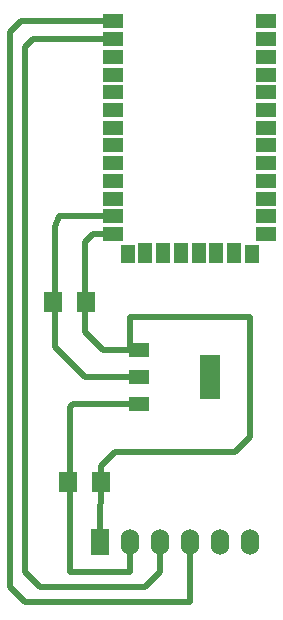
<source format=gtl>
G04 (created by PCBNEW (2013-07-07 BZR 4022)-stable) date 6/17/2014 11:35:24 PM*
%MOIN*%
G04 Gerber Fmt 3.4, Leading zero omitted, Abs format*
%FSLAX34Y34*%
G01*
G70*
G90*
G04 APERTURE LIST*
%ADD10C,0.00590551*%
%ADD11R,0.0669X0.0472*%
%ADD12R,0.0472X0.0629*%
%ADD13R,0.0472X0.0669*%
%ADD14R,0.063X0.071*%
%ADD15R,0.0709X0.0512*%
%ADD16R,0.0709X0.1496*%
%ADD17R,0.06X0.0866*%
%ADD18O,0.06X0.0866*%
%ADD19C,0.019685*%
%ADD20C,0.01*%
G04 APERTURE END LIST*
G54D10*
G54D11*
X17941Y-15043D03*
X17941Y-15634D03*
X17941Y-16224D03*
X17941Y-14453D03*
X17941Y-13862D03*
X17941Y-13272D03*
X17941Y-12681D03*
X17941Y-12091D03*
X17941Y-11500D03*
X17941Y-10909D03*
X17941Y-10319D03*
X17941Y-9728D03*
X17941Y-9138D03*
G54D12*
X18433Y-16892D03*
G54D13*
X19025Y-16874D03*
X19615Y-16874D03*
X20205Y-16874D03*
X20795Y-16874D03*
X21385Y-16874D03*
X21975Y-16874D03*
G54D12*
X22565Y-16893D03*
G54D11*
X23059Y-16224D03*
X23059Y-15634D03*
X23059Y-15042D03*
X23059Y-14453D03*
X23059Y-13862D03*
X23059Y-13272D03*
X23059Y-12681D03*
X23059Y-12091D03*
X23059Y-11500D03*
X23059Y-10909D03*
X23059Y-10319D03*
X23059Y-9728D03*
X23059Y-9138D03*
G54D14*
X16450Y-24500D03*
X17550Y-24500D03*
X15950Y-18500D03*
X17050Y-18500D03*
G54D15*
X18819Y-20094D03*
X18819Y-21000D03*
X18819Y-21906D03*
G54D16*
X21181Y-21000D03*
G54D17*
X17500Y-26500D03*
G54D18*
X18500Y-26500D03*
X19500Y-26500D03*
X20500Y-26500D03*
X21500Y-26500D03*
X22500Y-26500D03*
G54D19*
X15000Y-10000D02*
X15000Y-27500D01*
X17941Y-9728D02*
X15272Y-9728D01*
X15000Y-10000D02*
X15272Y-9728D01*
X19500Y-27500D02*
X19500Y-26500D01*
X19000Y-28000D02*
X19500Y-27500D01*
X15500Y-28000D02*
X19000Y-28000D01*
X15000Y-27500D02*
X15500Y-28000D01*
X17941Y-9138D02*
X14862Y-9138D01*
X14862Y-9138D02*
X14500Y-9500D01*
X14500Y-9500D02*
X14500Y-28000D01*
X14500Y-28000D02*
X15000Y-28500D01*
X15000Y-28500D02*
X20500Y-28500D01*
X20500Y-28500D02*
X20500Y-26500D01*
X18500Y-27500D02*
X18500Y-26500D01*
X17550Y-24500D02*
X17550Y-23950D01*
X17550Y-23950D02*
X18000Y-23500D01*
X18000Y-23500D02*
X22000Y-23500D01*
X22000Y-23500D02*
X22500Y-23000D01*
X22500Y-23000D02*
X22500Y-19000D01*
X22500Y-19000D02*
X18500Y-19000D01*
X18500Y-19000D02*
X18500Y-20000D01*
X18500Y-20000D02*
X18594Y-20094D01*
X18594Y-20094D02*
X18819Y-20094D01*
X17500Y-26500D02*
X17500Y-25950D01*
X17500Y-25950D02*
X17550Y-24500D01*
X18819Y-21906D02*
X16594Y-21906D01*
X16594Y-21906D02*
X16500Y-22000D01*
X16500Y-22000D02*
X16500Y-27500D01*
X16500Y-27500D02*
X17000Y-27500D01*
X17000Y-27500D02*
X18500Y-27500D01*
G54D20*
X18500Y-27500D02*
X18500Y-27500D01*
G54D19*
X18819Y-21000D02*
X17000Y-21000D01*
X17000Y-21000D02*
X16000Y-20000D01*
X16000Y-20000D02*
X16000Y-16000D01*
X16000Y-16000D02*
X16134Y-15634D01*
X16134Y-15634D02*
X17941Y-15634D01*
X17941Y-16224D02*
X17276Y-16224D01*
X17594Y-20094D02*
X18819Y-20094D01*
X17000Y-19500D02*
X17594Y-20094D01*
X17000Y-16500D02*
X17000Y-19500D01*
X17276Y-16224D02*
X17000Y-16500D01*
M02*

</source>
